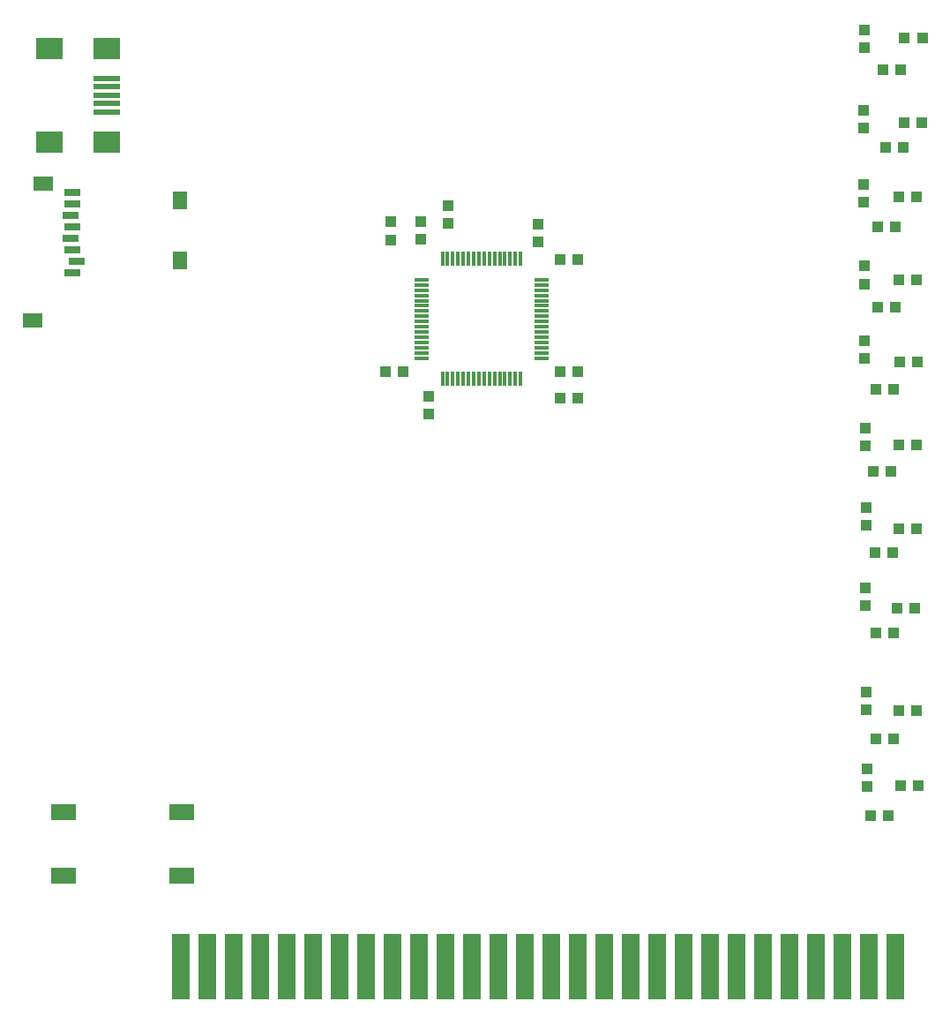
<source format=gtp>
G75*
%MOIN*%
%OFA0B0*%
%FSLAX25Y25*%
%IPPOS*%
%LPD*%
%AMOC8*
5,1,8,0,0,1.08239X$1,22.5*
%
%ADD10R,0.06500X0.25000*%
%ADD11R,0.09843X0.01969*%
%ADD12R,0.09843X0.07874*%
%ADD13R,0.09449X0.05906*%
%ADD14R,0.01181X0.05709*%
%ADD15R,0.05709X0.01181*%
%ADD16R,0.03937X0.04331*%
%ADD17R,0.04331X0.03937*%
%ADD18R,0.05512X0.07087*%
%ADD19R,0.07480X0.05512*%
%ADD20R,0.05906X0.03150*%
D10*
X0067150Y0017500D03*
X0077150Y0017500D03*
X0087150Y0017500D03*
X0097150Y0017500D03*
X0107150Y0017500D03*
X0117150Y0017500D03*
X0127150Y0017500D03*
X0137150Y0017500D03*
X0147150Y0017500D03*
X0157150Y0017500D03*
X0167150Y0017500D03*
X0177150Y0017500D03*
X0187150Y0017500D03*
X0197150Y0017500D03*
X0207150Y0017500D03*
X0217150Y0017500D03*
X0227150Y0017500D03*
X0237150Y0017500D03*
X0247150Y0017500D03*
X0257150Y0017500D03*
X0267150Y0017500D03*
X0277150Y0017500D03*
X0287150Y0017500D03*
X0297150Y0017500D03*
X0307150Y0017500D03*
X0317150Y0017500D03*
X0327150Y0017500D03*
X0337150Y0017500D03*
D11*
X0039166Y0340225D03*
X0039166Y0343375D03*
X0039166Y0346524D03*
X0039166Y0349674D03*
X0039166Y0352823D03*
D12*
X0039166Y0364241D03*
X0017513Y0364241D03*
X0017513Y0328808D03*
X0039166Y0328808D03*
D13*
X0022807Y0051752D03*
X0022807Y0075768D03*
X0067689Y0075768D03*
X0067689Y0051752D03*
D14*
X0166164Y0239400D03*
X0168132Y0239400D03*
X0170101Y0239400D03*
X0172069Y0239400D03*
X0174038Y0239400D03*
X0176006Y0239400D03*
X0177975Y0239400D03*
X0179943Y0239400D03*
X0181912Y0239400D03*
X0183880Y0239400D03*
X0185849Y0239400D03*
X0187817Y0239400D03*
X0189786Y0239400D03*
X0191754Y0239400D03*
X0193723Y0239400D03*
X0195691Y0239400D03*
X0195691Y0284675D03*
X0193723Y0284675D03*
X0191754Y0284675D03*
X0189786Y0284675D03*
X0187817Y0284675D03*
X0185849Y0284675D03*
X0183880Y0284675D03*
X0181912Y0284675D03*
X0179943Y0284675D03*
X0177975Y0284675D03*
X0176006Y0284675D03*
X0174038Y0284675D03*
X0172069Y0284675D03*
X0170101Y0284675D03*
X0168132Y0284675D03*
X0166164Y0284675D03*
D15*
X0158290Y0276801D03*
X0158290Y0274833D03*
X0158290Y0272864D03*
X0158290Y0270896D03*
X0158290Y0268927D03*
X0158290Y0266959D03*
X0158290Y0264990D03*
X0158290Y0263022D03*
X0158290Y0261053D03*
X0158290Y0259085D03*
X0158290Y0257116D03*
X0158290Y0255148D03*
X0158290Y0253179D03*
X0158290Y0251211D03*
X0158290Y0249242D03*
X0158290Y0247274D03*
X0203565Y0247274D03*
X0203565Y0249242D03*
X0203565Y0251211D03*
X0203565Y0253179D03*
X0203565Y0255148D03*
X0203565Y0257116D03*
X0203565Y0259085D03*
X0203565Y0261053D03*
X0203565Y0263022D03*
X0203565Y0264990D03*
X0203565Y0266959D03*
X0203565Y0268927D03*
X0203565Y0270896D03*
X0203565Y0272864D03*
X0203565Y0274833D03*
X0203565Y0276801D03*
D16*
X0202187Y0291024D03*
X0202187Y0297717D03*
X0168255Y0298184D03*
X0168255Y0304877D03*
X0157896Y0298701D03*
X0157896Y0292008D03*
X0146592Y0291956D03*
X0146592Y0298649D03*
X0160849Y0232756D03*
X0160849Y0226063D03*
X0326094Y0220956D03*
X0326094Y0214263D03*
X0326324Y0190780D03*
X0326324Y0184088D03*
X0326100Y0160391D03*
X0326100Y0153698D03*
X0326443Y0121093D03*
X0326443Y0114400D03*
X0326646Y0092185D03*
X0326646Y0085492D03*
X0325483Y0247034D03*
X0325483Y0253727D03*
X0325760Y0275287D03*
X0325760Y0281979D03*
X0325411Y0306215D03*
X0325411Y0312908D03*
X0325427Y0333977D03*
X0325427Y0340670D03*
X0325619Y0364384D03*
X0325619Y0371077D03*
D17*
X0332637Y0356289D03*
X0339330Y0356289D03*
X0340786Y0368075D03*
X0347479Y0368075D03*
X0347215Y0336161D03*
X0340522Y0336161D03*
X0340215Y0326663D03*
X0333522Y0326663D03*
X0338520Y0308134D03*
X0345213Y0308134D03*
X0337216Y0296916D03*
X0330523Y0296916D03*
X0338522Y0276819D03*
X0345215Y0276819D03*
X0337216Y0266623D03*
X0330523Y0266623D03*
X0338813Y0245840D03*
X0345506Y0245840D03*
X0336549Y0235512D03*
X0329856Y0235512D03*
X0338522Y0214431D03*
X0345215Y0214431D03*
X0335549Y0204584D03*
X0328856Y0204584D03*
X0338597Y0182816D03*
X0345290Y0182816D03*
X0336231Y0173822D03*
X0329538Y0173822D03*
X0337855Y0152741D03*
X0344548Y0152741D03*
X0336549Y0143560D03*
X0329856Y0143560D03*
X0338689Y0114156D03*
X0345382Y0114156D03*
X0336549Y0103435D03*
X0329856Y0103435D03*
X0339385Y0085796D03*
X0346078Y0085796D03*
X0334538Y0074408D03*
X0327845Y0074408D03*
X0217293Y0232087D03*
X0210600Y0232087D03*
X0210652Y0242205D03*
X0217345Y0242205D03*
X0217345Y0284528D03*
X0210652Y0284528D03*
X0151400Y0242205D03*
X0144707Y0242205D03*
D18*
X0066976Y0284232D03*
X0066976Y0306673D03*
D19*
X0015204Y0313071D03*
X0011267Y0261299D03*
D20*
X0026425Y0279547D03*
X0027999Y0283878D03*
X0026425Y0288209D03*
X0025637Y0292539D03*
X0026425Y0296870D03*
X0025637Y0301201D03*
X0026425Y0305531D03*
X0026425Y0309862D03*
M02*

</source>
